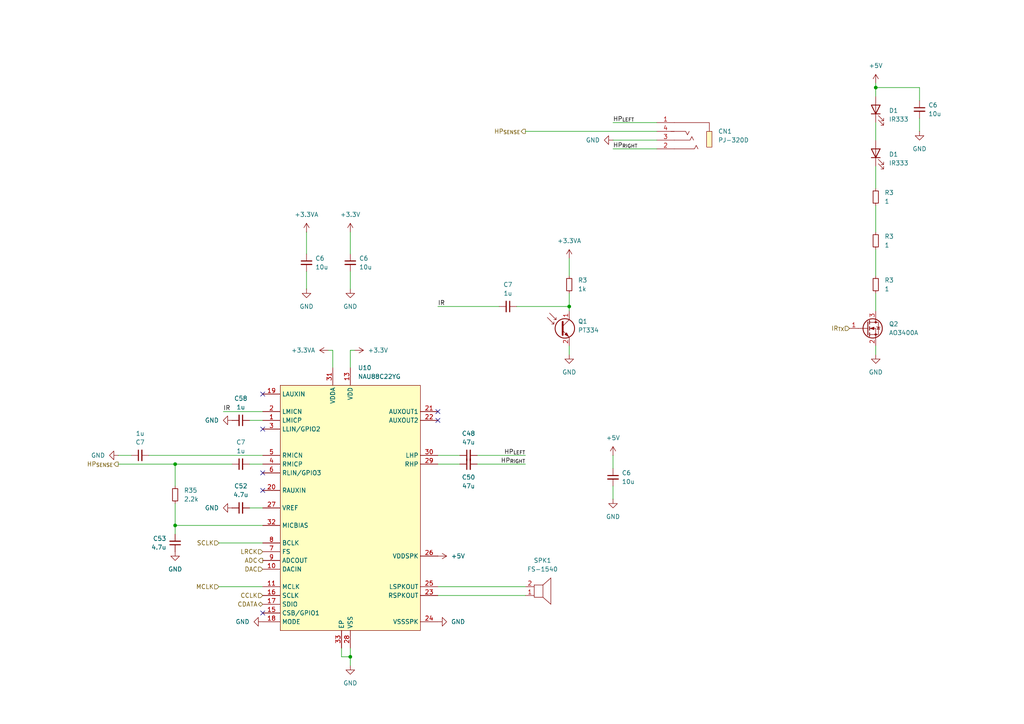
<source format=kicad_sch>
(kicad_sch (version 20250114) (generator "eeschema") (generator_version "9.0")
  (paper "A4")
  (title_block (title "Křeček") (date "2023-12-20") (rev "v0.9-wip") (company "DDM Spirála"))
  (lib_symbols
    (symbol "Device:C_Small" (pin_numbers (hide yes)) (pin_names (offset 0.254) (hide yes))
      (property "Reference" "C" (at 0.254 1.778 0))
      (property "Value" "C_Small" (at 0.254 -2.032 0))
      (symbol "C_Small_0_1"
        (polyline (pts (xy -1.524 0.508) (xy 1.524 0.508)) (stroke (width 0.3048)))
        (polyline (pts (xy -1.524 -0.508) (xy 1.524 -0.508)) (stroke (width 0.3302)))
      )
      (symbol "C_Small_1_1"
        (pin passive line (at 0 2.54 270) (length 2.032) (name "~") (number "1"))
        (pin passive line (at 0 -2.54 90) (length 2.032) (name "~") (number "2"))
      )
    )
    (symbol "Device:LED" (pin_numbers (hide yes)) (pin_names (offset 1.016) (hide yes))
      (property "Reference" "D" (at 0 2.54 0))
      (property "Value" "LED" (at 0 -2.54 0))
      (symbol "LED_0_1"
        (polyline (pts (xy -3.048 -0.762) (xy -4.572 -2.286) (xy -3.81 -2.286) (xy -4.572 -2.286) (xy -4.572 -1.524)))
        (polyline (pts (xy -1.778 -0.762) (xy -3.302 -2.286) (xy -2.54 -2.286) (xy -3.302 -2.286) (xy -3.302 -1.524)))
        (polyline (pts (xy -1.27 0) (xy 1.27 0)))
        (polyline (pts (xy -1.27 -1.27) (xy -1.27 1.27)) (stroke (width 0.254)))
        (polyline (pts (xy 1.27 -1.27) (xy 1.27 1.27) (xy -1.27 0) (xy 1.27 -1.27)) (stroke (width 0.254)))
      )
      (symbol "LED_1_1"
        (pin passive line (at -3.81 0 0) (length 2.54) (name "K") (number "1"))
        (pin passive line (at 3.81 0 180) (length 2.54) (name "A") (number "2"))
      )
    )
    (symbol "Device:Q_Photo_NPN" (pin_names (offset 0) (hide yes))
      (property "Reference" "Q" (at 5.08 1.27 0))
      (property "Value" "Q_Photo_NPN" (at 5.08 -1.27 0))
      (symbol "Q_Photo_NPN_0_1"
        (polyline (pts (xy -3.81 3.175) (xy -1.905 1.27) (xy -1.905 1.905)))
        (polyline (pts (xy -3.175 4.445) (xy -1.27 2.54) (xy -1.27 3.175)))
        (polyline (pts (xy -1.905 1.27) (xy -2.54 1.27)))
        (polyline (pts (xy -1.27 2.54) (xy -1.905 2.54)))
        (polyline (pts (xy 0.635 1.905) (xy 0.635 -1.905) (xy 0.635 -1.905)) (stroke (width 0.508)))
        (polyline (pts (xy 0.635 0.635) (xy 2.54 2.54)))
        (polyline (pts (xy 0.635 -0.635) (xy 2.54 -2.54) (xy 2.54 -2.54)))
        (circle (center 1.27 0) (radius 2.8194) (stroke (width 0.254)))
        (polyline (pts (xy 1.27 -1.778) (xy 1.778 -1.27) (xy 2.286 -2.286) (xy 1.27 -1.778) (xy 1.27 -1.778)) (fill (type outline)))
      )
      (symbol "Q_Photo_NPN_1_1"
        (pin passive line (at 2.54 5.08 270) (length 2.54) (name "C") (number "1"))
        (pin passive line (at 2.54 -5.08 90) (length 2.54) (name "E") (number "2"))
      )
    )
    (symbol "Device:R_Small" (pin_numbers (hide yes)) (pin_names (offset 0.254) (hide yes))
      (property "Reference" "R" (at 0.762 0.508 0))
      (property "Value" "R_Small" (at 0.762 -1.016 0))
      (symbol "R_Small_0_1"
        (rectangle (start -0.762 1.778) (end 0.762 -1.778) (stroke (width 0.2032)))
      )
      (symbol "R_Small_1_1"
        (pin passive line (at 0 2.54 270) (length 0.762) (name "~") (number "1"))
        (pin passive line (at 0 -2.54 90) (length 0.762) (name "~") (number "2"))
      )
    )
    (symbol "LCSC:FS-1540" (pin_names (hide yes))
      (property "Reference" "SPK" (at 0 6.35 0))
      (property "Value" "FS-1540" (at 0 -10.16 0))
      (symbol "FS-1540_0_1"
        (polyline (pts (xy -1.27 1.78) (xy -1.27 -1.78)))
        (polyline (pts (xy -1.27 1.78) (xy 1.27 1.78)))
        (polyline (pts (xy -1.27 -1.78) (xy 1.27 -1.78)))
        (polyline (pts (xy 1.27 1.78) (xy 1.27 -1.78)))
        (polyline (pts (xy 1.27 -1.78) (xy 3.56 -3.81)))
        (polyline (pts (xy 3.56 3.81) (xy 1.27 1.78)))
        (polyline (pts (xy 3.56 3.81) (xy 3.56 -3.81)))
      )
      (symbol "FS-1540_1_1"
        (pin passive line (at -3.81 1.27 0) (length 2.54) (name "+") (number "1"))
        (pin passive line (at -3.81 -1.27 0) (length 2.54) (name "2") (number "2"))
        (pin no_connect line (at 0 -5.08 90) (length 3.302) (hide yes) (name "4") (number "4"))
        (pin no_connect line (at 2.54 -5.08 90) (length 3.302) (hide yes) (name "3") (number "3"))
      )
    )
    (symbol "LCSC:NAU88C22YG_C914209"
      (property "Reference" "U" (at 5.08 29.21 0))
      (property "Value" "NAU88C22YG_C914209" (at 5.08 -48.26 0))
      (symbol "NAU88C22YG_C914209_1_1"
        (rectangle (start -20.32 25.4) (end 20.32 -45.72) (fill (type background)))
        (pin input line (at -25.4 22.86 0) (length 5.08) (name "LAUXIN") (number "19"))
        (pin input line (at -25.4 17.78 0) (length 5.08) (name "LMICN") (number "2"))
        (pin input line (at -25.4 15.24 0) (length 5.08) (name "LMICP") (number "1"))
        (pin tri_state line (at -25.4 12.7 0) (length 5.08) (name "LLIN/GPIO2") (number "3"))
        (pin input line (at -25.4 5.08 0) (length 5.08) (name "RMICN") (number "5"))
        (pin input line (at -25.4 2.54 0) (length 5.08) (name "RMICP") (number "4"))
        (pin tri_state line (at -25.4 0 0) (length 5.08) (name "RLIN/GPIO3") (number "6"))
        (pin input line (at -25.4 -5.08 0) (length 5.08) (name "RAUXIN") (number "20"))
        (pin passive line (at -25.4 -10.16 0) (length 5.08) (name "VREF") (number "27"))
        (pin output line (at -25.4 -15.24 0) (length 5.08) (name "MICBIAS") (number "32"))
        (pin input line (at -25.4 -20.32 0) (length 5.08) (name "BCLK") (number "8"))
        (pin input line (at -25.4 -22.86 0) (length 5.08) (name "FS") (number "7"))
        (pin output line (at -25.4 -25.4 0) (length 5.08) (name "ADCOUT") (number "9"))
        (pin input line (at -25.4 -27.94 0) (length 5.08) (name "DACIN") (number "10"))
        (pin input line (at -25.4 -33.02 0) (length 5.08) (name "MCLK") (number "11"))
        (pin input line (at -25.4 -35.56 0) (length 5.08) (name "SCLK") (number "16"))
        (pin tri_state line (at -25.4 -38.1 0) (length 5.08) (name "SDIO") (number "17"))
        (pin tri_state line (at -25.4 -40.64 0) (length 5.08) (name "CSB/GPIO1") (number "15"))
        (pin input line (at -25.4 -43.18 0) (length 5.08) (name "MODE") (number "18"))
        (pin passive line (at -5.08 30.48 270) (length 5.08) (name "VDDA") (number "31"))
        (pin passive line (at -2.54 -50.8 90) (length 5.08) (name "EP") (number "33"))
        (pin power_out line (at 0 30.48 270) (length 5.08) (name "VDD") (number "13"))
        (pin passive line (at 0 30.48 270) (length 5.08) (hide yes) (name "VDD") (number "14"))
        (pin passive line (at 0 -50.8 90) (length 5.08) (hide yes) (name "VSS") (number "12"))
        (pin power_in line (at 0 -50.8 90) (length 5.08) (name "VSS") (number "28"))
        (pin output line (at 25.4 17.78 180) (length 5.08) (name "AUXOUT1") (number "21"))
        (pin output line (at 25.4 15.24 180) (length 5.08) (name "AUXOUT2") (number "22"))
        (pin output line (at 25.4 5.08 180) (length 5.08) (name "LHP") (number "30"))
        (pin output line (at 25.4 2.54 180) (length 5.08) (name "RHP") (number "29"))
        (pin power_in line (at 25.4 -24.13 180) (length 5.08) (name "VDDSPK") (number "26"))
        (pin output line (at 25.4 -33.02 180) (length 5.08) (name "LSPKOUT") (number "25"))
        (pin output line (at 25.4 -35.56 180) (length 5.08) (name "RSPKOUT") (number "23"))
        (pin power_in line (at 25.4 -43.18 180) (length 5.08) (name "VSSSPK") (number "24"))
      )
    )
    (symbol "LCSC:PJ-320D" (pin_names (hide yes))
      (property "Reference" "CN" (at 0 7.62 0))
      (property "Value" "PJ-320D" (at 0 -10.16 0))
      (symbol "PJ-320D_0_1"
        (rectangle (start -10.92 0) (end -9.4 -4.57) (fill (type background)))
        (polyline (pts (xy 0 2.54) (xy -10.16 2.54) (xy -10.16 0)))
        (polyline (pts (xy 0 -2.54) (xy -4.57 -2.54) (xy -5.08 -1.52) (xy -5.59 -2.54)))
        (polyline (pts (xy 0 -5.08) (xy -5.84 -5.08) (xy -6.35 -4.06) (xy -6.86 -5.08)))
        (polyline (pts (xy 1.02 0) (xy -3.3 0) (xy -3.81 -1.02) (xy -4.32 0)))
      )
      (symbol "PJ-320D_1_1"
        (pin passive line (at 5.08 2.54 180) (length 5.08) (name "1") (number "1"))
        (pin passive line (at 5.08 0 180) (length 5.08) (name "4") (number "4"))
        (pin passive line (at 5.08 -2.54 180) (length 5.08) (name "3") (number "3"))
        (pin passive line (at 5.08 -5.08 180) (length 5.08) (name "2") (number "2"))
      )
    )
    (symbol "Transistor_FET:AO3400A" (pin_names (hide yes))
      (property "Reference" "Q" (at 5.08 1.905 0))
      (property "Value" "AO3400A" (at 5.08 0 0))
      (symbol "AO3400A_0_1"
        (polyline (pts (xy 0.254 1.905) (xy 0.254 -1.905)) (stroke (width 0.254)))
        (polyline (pts (xy 0.254 0) (xy -2.54 0)))
        (polyline (pts (xy 0.762 2.286) (xy 0.762 1.27)) (stroke (width 0.254)))
        (polyline (pts (xy 0.762 0.508) (xy 0.762 -0.508)) (stroke (width 0.254)))
        (polyline (pts (xy 0.762 -1.27) (xy 0.762 -2.286)) (stroke (width 0.254)))
        (polyline (pts (xy 0.762 -1.778) (xy 3.302 -1.778) (xy 3.302 1.778) (xy 0.762 1.778)))
        (polyline (pts (xy 1.016 0) (xy 2.032 0.381) (xy 2.032 -0.381) (xy 1.016 0)) (fill (type outline)))
        (circle (center 1.651 0) (radius 2.794) (stroke (width 0.254)))
        (polyline (pts (xy 2.54 2.54) (xy 2.54 1.778)))
        (circle (center 2.54 1.778) (radius 0.254) (fill (type outline)))
        (circle (center 2.54 -1.778) (radius 0.254) (fill (type outline)))
        (polyline (pts (xy 2.54 -2.54) (xy 2.54 0) (xy 0.762 0)))
        (polyline (pts (xy 2.794 0.508) (xy 2.921 0.381) (xy 3.683 0.381) (xy 3.81 0.254)))
        (polyline (pts (xy 3.302 0.381) (xy 2.921 -0.254) (xy 3.683 -0.254) (xy 3.302 0.381)))
      )
      (symbol "AO3400A_1_1"
        (pin input line (at -5.08 0 0) (length 2.54) (name "G") (number "1"))
        (pin passive line (at 2.54 5.08 270) (length 2.54) (name "D") (number "3"))
        (pin passive line (at 2.54 -5.08 90) (length 2.54) (name "S") (number "2"))
      )
    )
    (symbol "power:+3.3V" (power) (pin_numbers (hide yes)) (pin_names (offset 0) (hide yes))
      (property "Value" "+3.3V" (at 0 3.556 0))
      (symbol "+3.3V_0_1"
        (polyline (pts (xy -0.762 1.27) (xy 0 2.54)))
        (polyline (pts (xy 0 2.54) (xy 0.762 1.27)))
        (polyline (pts (xy 0 0) (xy 0 2.54)))
      )
      (symbol "+3.3V_1_1"
        (pin power_in line (at 0 0 90) (length 0) (name "~") (number "1"))
      )
    )
    (symbol "power:+3.3VA" (power) (pin_numbers (hide yes)) (pin_names (offset 0) (hide yes))
      (property "Value" "+3.3VA" (at 0 3.556 0))
      (symbol "+3.3VA_0_1"
        (polyline (pts (xy -0.762 1.27) (xy 0 2.54)))
        (polyline (pts (xy 0 2.54) (xy 0.762 1.27)))
        (polyline (pts (xy 0 0) (xy 0 2.54)))
      )
      (symbol "+3.3VA_1_1"
        (pin power_in line (at 0 0 90) (length 0) (name "~") (number "1"))
      )
    )
    (symbol "power:+5V" (power) (pin_numbers (hide yes)) (pin_names (offset 0) (hide yes))
      (property "Value" "+5V" (at 0 3.556 0))
      (symbol "+5V_0_1"
        (polyline (pts (xy -0.762 1.27) (xy 0 2.54)))
        (polyline (pts (xy 0 2.54) (xy 0.762 1.27)))
        (polyline (pts (xy 0 0) (xy 0 2.54)))
      )
      (symbol "+5V_1_1"
        (pin power_in line (at 0 0 90) (length 0) (name "~") (number "1"))
      )
    )
    (symbol "power:GND" (power) (pin_numbers (hide yes)) (pin_names (offset 0) (hide yes))
      (property "Value" "GND" (at 0 -3.81 0))
      (symbol "GND_0_1"
        (polyline (pts (xy 0 0) (xy 0 -1.27) (xy 1.27 -1.27) (xy 0 -2.54) (xy -1.27 -1.27) (xy 0 -1.27)))
      )
      (symbol "GND_1_1"
        (pin power_in line (at 0 0 270) (length 0) (name "~") (number "1"))
      )
    )
  )
  (junction (at 50.8 134.62))
  (junction (at 50.8 152.4))
  (junction (at 254 25.4))
  (junction (at 101.6 190.5))
  (junction (at 165.1 88.9))
  (no_connect (at 76.2 137.16))
  (no_connect (at 127 121.92))
  (no_connect (at 76.2 142.24))
  (no_connect (at 76.2 114.3))
  (no_connect (at 76.2 124.46))
  (no_connect (at 127 119.38))
  (no_connect (at 76.2 177.8))
  (wire (pts (xy 88.9 78.74) (xy 88.9 83.82)))
  (wire (pts (xy 266.7 25.4) (xy 266.7 29.21)))
  (wire (pts (xy 254 72.39) (xy 254 80.01)))
  (wire (pts (xy 177.8 140.97) (xy 177.8 144.78)))
  (wire (pts (xy 34.29 134.62) (xy 50.8 134.62)))
  (wire (pts (xy 101.6 187.96) (xy 101.6 190.5)))
  (wire (pts (xy 50.8 152.4) (xy 76.2 152.4)))
  (wire (pts (xy 254 59.69) (xy 254 67.31)))
  (wire (pts (xy 254 25.4) (xy 266.7 25.4)))
  (wire (pts (xy 95.25 101.6) (xy 96.52 101.6)))
  (wire (pts (xy 165.1 100.33) (xy 165.1 102.87)))
  (wire (pts (xy 34.29 132.08) (xy 38.1 132.08)))
  (wire (pts (xy 127 132.08) (xy 133.35 132.08)))
  (wire (pts (xy 88.9 67.31) (xy 88.9 73.66)))
  (wire (pts (xy 165.1 88.9) (xy 149.86 88.9)))
  (wire (pts (xy 102.87 101.6) (xy 101.6 101.6)))
  (wire (pts (xy 50.8 146.05) (xy 50.8 152.4)))
  (wire (pts (xy 101.6 78.74) (xy 101.6 83.82)))
  (wire (pts (xy 101.6 67.31) (xy 101.6 73.66)))
  (wire (pts (xy 177.8 43.18) (xy 190.5 43.18)))
  (wire (pts (xy 254 100.33) (xy 254 102.87)))
  (wire (pts (xy 138.43 132.08) (xy 152.4 132.08)))
  (wire (pts (xy 127 134.62) (xy 133.35 134.62)))
  (wire (pts (xy 101.6 101.6) (xy 101.6 106.68)))
  (wire (pts (xy 76.2 170.18) (xy 63.5 170.18)))
  (wire (pts (xy 72.39 134.62) (xy 76.2 134.62)))
  (wire (pts (xy 177.8 35.56) (xy 190.5 35.56)))
  (wire (pts (xy 50.8 134.62) (xy 67.31 134.62)))
  (wire (pts (xy 99.06 187.96) (xy 99.06 190.5)))
  (wire (pts (xy 101.6 190.5) (xy 101.6 193.04)))
  (wire (pts (xy 63.5 157.48) (xy 76.2 157.48)))
  (wire (pts (xy 165.1 74.93) (xy 165.1 80.01)))
  (wire (pts (xy 254 24.13) (xy 254 25.4)))
  (wire (pts (xy 165.1 88.9) (xy 165.1 90.17)))
  (wire (pts (xy 254 35.56) (xy 254 40.64)))
  (wire (pts (xy 127 172.72) (xy 152.4 172.72)))
  (wire (pts (xy 64.77 119.38) (xy 76.2 119.38)))
  (wire (pts (xy 165.1 85.09) (xy 165.1 88.9)))
  (wire (pts (xy 96.52 101.6) (xy 96.52 106.68)))
  (wire (pts (xy 254 25.4) (xy 254 27.94)))
  (wire (pts (xy 72.39 121.92) (xy 76.2 121.92)))
  (wire (pts (xy 152.4 38.1) (xy 190.5 38.1)))
  (wire (pts (xy 177.8 40.64) (xy 190.5 40.64)))
  (wire (pts (xy 254 48.26) (xy 254 54.61)))
  (wire (pts (xy 127 170.18) (xy 152.4 170.18)))
  (wire (pts (xy 127 88.9) (xy 144.78 88.9)))
  (wire (pts (xy 72.39 147.32) (xy 76.2 147.32)))
  (wire (pts (xy 50.8 134.62) (xy 50.8 140.97)))
  (wire (pts (xy 43.18 132.08) (xy 76.2 132.08)))
  (wire (pts (xy 266.7 34.29) (xy 266.7 38.1)))
  (wire (pts (xy 254 85.09) (xy 254 90.17)))
  (wire (pts (xy 138.43 134.62) (xy 152.4 134.62)))
  (wire (pts (xy 50.8 152.4) (xy 50.8 154.94)))
  (wire (pts (xy 99.06 190.5) (xy 101.6 190.5)))
  (wire (pts (xy 177.8 132.08) (xy 177.8 135.89)))
  (label "HP_{LEFT}" (at 152.4 132.08 180))
  (label "HP_{LEFT}" (at 177.8 35.56 0))
  (label "IR" (at 64.77 119.38 0))
  (label "HP_{RIGHT}" (at 177.8 43.18 0))
  (label "IR" (at 127 88.9 0))
  (label "HP_{RIGHT}" (at 152.4 134.62 180))
  (hierarchical_label "SCLK" (shape input) (at 63.5 157.48 180))
  (hierarchical_label "ADC" (shape output) (at 76.2 162.56 180))
  (hierarchical_label "MCLK" (shape input) (at 63.5 170.18 180))
  (hierarchical_label "LRCK" (shape input) (at 76.2 160.02 180))
  (hierarchical_label "CCLK" (shape input) (at 76.2 172.72 180))
  (hierarchical_label "CDATA" (shape bidirectional) (at 76.2 175.26 180))
  (hierarchical_label "DAC" (shape input) (at 76.2 165.1 180))
  (hierarchical_label "HP_{SENSE}" (shape output) (at 152.4 38.1 180))
  (hierarchical_label "HP_{SENSE}" (shape output) (at 34.29 134.62 180))
  (hierarchical_label "IR_{TX}" (shape input) (at 246.38 95.25 180))
  (symbol (lib_id "Device:C_Small") (at 40.64 132.08 90) (mirror x) (unit 1)
    (property "Reference" "C47" (at 40.6463 128.27 90))
    (property "Value" "1u" (at 40.6463 125.73 90))
    (property "Footprint" "Capacitor_SMD:C_0402_1005Metric" (effects (hide yes)))
    (property "Description" "Unpolarized capacitor, small symbol" (effects (hide yes)))
    (property "LCSC Part" "C52923" (effects (hide yes)))
    (instances (project "barbecue" (path "" (reference "C7") (unit 1))) (project "bento-vna" (path "" (reference "C3") (unit 1))) (project "pipi" (path "" (reference "C3") (unit 1)) (path "" (reference "C3") (unit 1)) (path "" (reference "C3") (unit 1))) (project "pipi" (path "" (reference "C3") (unit 1)) (path "" (reference "C38") (unit 1))) (project "krecek" (path "" (reference "C47") (unit 1))))
  )
  (symbol (lib_id "Device:C_Small") (at 266.7 31.75 0) (mirror y) (unit 1)
    (property "Reference" "C41" (at 269.24 30.4863 0) (effects (justify right)))
    (property "Value" "10u" (at 269.24 33.0263 0) (effects (justify right)))
    (property "Footprint" "Capacitor_SMD:C_0402_1005Metric" (effects (hide yes)))
    (property "Description" "Unpolarized capacitor, small symbol" (effects (hide yes)))
    (property "LCSC Part" "C15525" (effects (hide yes)))
    (instances (project "barbecue" (path "" (reference "C6") (unit 1))) (project "bento-vna" (path "" (reference "C2") (unit 1))) (project "pipi" (path "" (reference "C2") (unit 1)) (path "" (reference "C2") (unit 1)) (path "" (reference "C2") (unit 1))) (project "pipi" (path "" (reference "C2") (unit 1))) (project "krecek" (path "" (reference "C41") (unit 1))))
  )
  (symbol (lib_id "power:+3.3VA") (at 88.9 67.31 0) (unit 1)
    (property "Reference" "#PWR063" (effects (hide yes)))
    (property "Value" "+3.3VA" (at 88.9 62.23 0))
    (property "Description" "Power symbol creates a global label with name \"+3.3VA\"" (effects (hide yes)))
  )
  (symbol (lib_id "power:+3.3VA") (at 165.1 74.93 0) (unit 1)
    (property "Reference" "#PWR065" (effects (hide yes)))
    (property "Value" "+3.3VA" (at 165.1 69.85 0))
    (property "Description" "Power symbol creates a global label with name \"+3.3VA\"" (effects (hide yes)))
  )
  (symbol (lib_id "LCSC:PJ-320D") (at 195.58 38.1 0) (mirror y) (unit 1)
    (property "Reference" "CN1" (at 208.28 38.0999 0) (effects (justify right)))
    (property "Value" "PJ-320D" (at 208.28 40.6399 0) (effects (justify right)))
    (property "Footprint" "LCSC:AUDIO-SMD_PJ-320D" (effects (hide yes)))
    (property "Datasheet" "https://lcsc.com/product-detail/Audio-Video-Connectors_SHOU-HAN-PJ-320D_C431535.html" (effects (hide yes)))
    (property "LCSC Part" "C431535" (effects (hide yes)))
  )
  (symbol (lib_id "power:+3.3VA") (at 95.25 101.6 90) (unit 1)
    (property "Reference" "#PWR068" (effects (hide yes)))
    (property "Value" "+3.3VA" (at 91.44 101.5999 90) (effects (justify left)))
    (property "Description" "Power symbol creates a global label with name \"+3.3VA\"" (effects (hide yes)))
  )
  (symbol (lib_id "Transistor_FET:AO3400A") (at 251.46 95.25 0) (unit 1)
    (property "Reference" "Q5" (at 257.81 93.98 0) (effects (justify left)))
    (property "Value" "AO3400A" (at 257.81 96.52 0) (effects (justify left)))
    (property "Footprint" "Package_TO_SOT_SMD:SOT-23" (effects (hide yes)))
    (property "Datasheet" "http://www.aosmd.com/pdfs/datasheet/AO3400A.pdf" (effects (hide yes)))
    (property "Description" "30V Vds, 5.7A Id, N-Channel MOSFET, SOT-23" (effects (hide yes)))
    (property "LCSC Part" "C20917" (effects (hide yes)))
    (instances (project "pipi" (path "" (reference "Q2") (unit 1)) (path "" (reference "Q2") (unit 1))) (project "krecek" (path "" (reference "Q5") (unit 1))))
  )
  (symbol (lib_id "power:GND") (at 76.2 180.34 270) (unit 1)
    (property "Reference" "#PWR078" (effects (hide yes)))
    (property "Value" "GND" (at 72.39 180.3399 90) (effects (justify right)))
    (property "Description" "Power symbol creates a global label with name \"GND\" , ground" (effects (hide yes)))
  )
  (symbol (lib_id "Device:C_Small") (at 50.8 157.48 0) (mirror x) (unit 1)
    (property "Reference" "C53" (at 48.26 156.2035 0) (effects (justify right)))
    (property "Value" "4.7u" (at 48.26 158.7435 0) (effects (justify right)))
    (property "Footprint" "Capacitor_SMD:C_0402_1005Metric" (effects (hide yes)))
    (property "Description" "Unpolarized capacitor, small symbol" (effects (hide yes)))
    (property "LCSC Part" "C23733" (effects (hide yes)))
  )
  (symbol (lib_id "power:GND") (at 88.9 83.82 0) (mirror y) (unit 1)
    (property "Reference" "#PWR066" (effects (hide yes)))
    (property "Value" "GND" (at 88.9 88.9 0))
    (property "Description" "Power symbol creates a global label with name \"GND\" , ground" (effects (hide yes)))
    (instances (project "pipi" (path "" (reference "#PWR056") (unit 1))) (project "krecek" (path "" (reference "#PWR066") (unit 1))))
  )
  (symbol (lib_id "power:+5V") (at 254 24.13 0) (unit 1)
    (property "Reference" "#PWR060" (effects (hide yes)))
    (property "Value" "+5V" (at 254 19.05 0))
    (property "Description" "Power symbol creates a global label with name \"+5V\"" (effects (hide yes)))
  )
  (symbol (lib_id "power:GND") (at 67.31 147.32 270) (unit 1)
    (property "Reference" "#PWR075" (effects (hide yes)))
    (property "Value" "GND" (at 63.5 147.3199 90) (effects (justify right)))
    (property "Description" "Power symbol creates a global label with name \"GND\" , ground" (effects (hide yes)))
  )
  (symbol (lib_id "Device:C_Small") (at 147.32 88.9 270) (unit 1)
    (property "Reference" "C44" (at 147.3136 82.55 90))
    (property "Value" "1u" (at 147.3136 85.09 90))
    (property "Footprint" "Capacitor_SMD:C_0402_1005Metric" (effects (hide yes)))
    (property "Description" "Unpolarized capacitor, small symbol" (effects (hide yes)))
    (property "LCSC Part" "C52923" (effects (hide yes)))
    (instances (project "barbecue" (path "" (reference "C7") (unit 1))) (project "bento-vna" (path "" (reference "C3") (unit 1))) (project "pipi" (path "" (reference "C3") (unit 1)) (path "" (reference "C3") (unit 1)) (path "" (reference "C3") (unit 1))) (project "pipi" (path "" (reference "C3") (unit 1)) (path "" (reference "C38") (unit 1))) (project "krecek" (path "" (reference "C44") (unit 1))))
  )
  (symbol (lib_id "power:GND") (at 254 102.87 0) (unit 1)
    (property "Reference" "#PWR071" (effects (hide yes)))
    (property "Value" "GND" (at 254 107.95 0))
    (property "Description" "Power symbol creates a global label with name \"GND\" , ground" (effects (hide yes)))
    (instances (project "pipi" (path "" (reference "#PWR036") (unit 1)) (path "" (reference "#PWR042") (unit 1))) (project "krecek" (path "" (reference "#PWR071") (unit 1))))
  )
  (symbol (lib_id "Device:Q_Photo_NPN") (at 162.56 95.25 0) (unit 1)
    (property "Reference" "Q4" (at 167.64 93.2307 0) (effects (justify left)))
    (property "Value" "PT334" (at 167.64 95.7707 0) (effects (justify left)))
    (property "Footprint" "LED_THT:LED_D5.0mm_Horizontal_O1.27mm_Z3.0mm_IRBlack" (effects (hide yes)))
    (property "Description" "NPN phototransistor, collector/emitter" (effects (hide yes)))
    (property "LCSC Part" "C390047" (effects (hide yes)))
    (instances (project "pipi" (path "" (reference "Q1") (unit 1)) (path "" (reference "Q1") (unit 1))) (project "krecek" (path "" (reference "Q4") (unit 1))))
  )
  (symbol (lib_id "Device:C_Small") (at 135.89 134.62 90) (mirror x) (unit 1)
    (property "Reference" "C50" (at 135.8963 138.43 90))
    (property "Value" "47u" (at 135.8963 140.97 90))
    (property "Footprint" "Capacitor_SMD:C_0805_2012Metric" (effects (hide yes)))
    (property "Description" "Unpolarized capacitor, small symbol" (effects (hide yes)))
    (property "LCSC Part" "C16780" (effects (hide yes)))
  )
  (symbol (lib_id "LCSC:FS-1540") (at 156.21 171.45 0) (mirror x) (unit 1)
    (property "Reference" "SPK1" (at 157.355 162.56 0))
    (property "Value" "FS-1540" (at 157.355 165.1 0))
    (property "Footprint" "LCSC:BUZ-SMD_5P-L15.0-W15.0-P13.7-BL" (effects (hide yes)))
    (property "LCSC Part" "C482341" (effects (hide yes)))
  )
  (symbol (lib_id "Device:R_Small") (at 254 82.55 0) (mirror y) (unit 1)
    (property "Reference" "R34" (at 256.54 81.28 0) (effects (justify right)))
    (property "Value" "1" (at 256.54 83.82 0) (effects (justify right)))
    (property "Footprint" "Resistor_SMD:R_1206_3216Metric" (effects (hide yes)))
    (property "Description" "Resistor, small symbol" (effects (hide yes)))
    (property "LCSC Part" "C17928" (effects (hide yes)))
    (instances (project "barbecue" (path "" (reference "R3") (unit 1))) (project "bento-vna" (path "" (reference "R6") (unit 1))) (project "pipi" (path "" (reference "R7") (unit 1)) (path "" (reference "R7") (unit 1)) (path "" (reference "R8") (unit 1))) (project "pipi" (path "" (reference "R40") (unit 1)) (path "" (reference "R21") (unit 1))) (project "krecek" (path "" (reference "R34") (unit 1))))
  )
  (symbol (lib_id "power:GND") (at 127 180.34 90) (unit 1)
    (property "Reference" "#PWR079" (effects (hide yes)))
    (property "Value" "GND" (at 130.81 180.3399 90) (effects (justify right)))
    (property "Description" "Power symbol creates a global label with name \"GND\" , ground" (effects (hide yes)))
  )
  (symbol (lib_id "power:GND") (at 101.6 193.04 0) (unit 1)
    (property "Reference" "#PWR080" (effects (hide yes)))
    (property "Value" "GND" (at 101.6 198.12 0))
    (property "Description" "Power symbol creates a global label with name \"GND\" , ground" (effects (hide yes)))
  )
  (symbol (lib_id "Device:R_Small") (at 254 69.85 0) (mirror y) (unit 1)
    (property "Reference" "R32" (at 256.54 68.58 0) (effects (justify right)))
    (property "Value" "1" (at 256.54 71.12 0) (effects (justify right)))
    (property "Footprint" "Resistor_SMD:R_1206_3216Metric" (effects (hide yes)))
    (property "Description" "Resistor, small symbol" (effects (hide yes)))
    (property "LCSC Part" "C17928" (effects (hide yes)))
    (instances (project "barbecue" (path "" (reference "R3") (unit 1))) (project "bento-vna" (path "" (reference "R6") (unit 1))) (project "pipi" (path "" (reference "R7") (unit 1)) (path "" (reference "R7") (unit 1)) (path "" (reference "R8") (unit 1))) (project "pipi" (path "" (reference "R40") (unit 1)) (path "" (reference "R21") (unit 1))) (project "krecek" (path "" (reference "R32") (unit 1))))
  )
  (symbol (lib_id "power:GND") (at 266.7 38.1 0) (unit 1)
    (property "Reference" "#PWR062" (effects (hide yes)))
    (property "Value" "GND" (at 266.7 43.18 0))
    (property "Description" "Power symbol creates a global label with name \"GND\" , ground" (effects (hide yes)))
    (instances (project "pipi" (path "" (reference "#PWR036") (unit 1)) (path "" (reference "#PWR042") (unit 1))) (project "krecek" (path "" (reference "#PWR062") (unit 1))))
  )
  (symbol (lib_id "Device:C_Small") (at 69.85 147.32 90) (mirror x) (unit 1)
    (property "Reference" "C52" (at 69.8563 140.97 90))
    (property "Value" "4.7u" (at 69.8563 143.51 90))
    (property "Footprint" "Capacitor_SMD:C_0402_1005Metric" (effects (hide yes)))
    (property "Description" "Unpolarized capacitor, small symbol" (effects (hide yes)))
    (property "LCSC Part" "C23733" (effects (hide yes)))
  )
  (symbol (lib_id "Device:R_Small") (at 254 57.15 0) (mirror y) (unit 1)
    (property "Reference" "R31" (at 256.54 55.88 0) (effects (justify right)))
    (property "Value" "1" (at 256.54 58.42 0) (effects (justify right)))
    (property "Footprint" "Resistor_SMD:R_1206_3216Metric" (effects (hide yes)))
    (property "Description" "Resistor, small symbol" (effects (hide yes)))
    (property "LCSC Part" "C17928" (effects (hide yes)))
    (instances (project "barbecue" (path "" (reference "R3") (unit 1))) (project "bento-vna" (path "" (reference "R6") (unit 1))) (project "pipi" (path "" (reference "R7") (unit 1)) (path "" (reference "R7") (unit 1)) (path "" (reference "R8") (unit 1))) (project "pipi" (path "" (reference "R40") (unit 1)) (path "" (reference "R21") (unit 1))) (project "krecek" (path "" (reference "R31") (unit 1))))
  )
  (symbol (lib_id "power:GND") (at 165.1 102.87 0) (mirror y) (unit 1)
    (property "Reference" "#PWR070" (effects (hide yes)))
    (property "Value" "GND" (at 165.1 107.95 0))
    (property "Description" "Power symbol creates a global label with name \"GND\" , ground" (effects (hide yes)))
    (instances (project "pipi" (path "" (reference "#PWR068") (unit 1))) (project "krecek" (path "" (reference "#PWR070") (unit 1))))
  )
  (symbol (lib_id "Device:C_Small") (at 135.89 132.08 90) (mirror x) (unit 1)
    (property "Reference" "C48" (at 135.8963 125.73 90))
    (property "Value" "47u" (at 135.8963 128.27 90))
    (property "Footprint" "Capacitor_SMD:C_0805_2012Metric" (effects (hide yes)))
    (property "Description" "Unpolarized capacitor, small symbol" (effects (hide yes)))
    (property "LCSC Part" "C16780" (effects (hide yes)))
  )
  (symbol (lib_id "Device:R_Small") (at 165.1 82.55 0) (mirror y) (unit 1)
    (property "Reference" "R33" (at 167.64 81.28 0) (effects (justify right)))
    (property "Value" "1k" (at 167.64 83.82 0) (effects (justify right)))
    (property "Footprint" "Resistor_SMD:R_0402_1005Metric" (effects (hide yes)))
    (property "Description" "Resistor, small symbol" (effects (hide yes)))
    (property "LCSC Part" "C11702" (effects (hide yes)))
    (instances (project "barbecue" (path "" (reference "R3") (unit 1))) (project "bento-vna" (path "" (reference "R8") (unit 1))) (project "pipi" (path "" (reference "R9") (unit 1)) (path "" (reference "R9") (unit 1)) (path "" (reference "R9") (unit 1))) (project "pipi" (path "" (reference "R2") (unit 1)) (path "" (reference "R35") (unit 1))) (project "krecek" (path "" (reference "R33") (unit 1))))
  )
  (symbol (lib_id "Device:LED") (at 254 44.45 90) (unit 1)
    (property "Reference" "D7" (at 257.81 44.7675 90) (effects (justify right)))
    (property "Value" "IR333" (at 257.81 47.3075 90) (effects (justify right)))
    (property "Footprint" "LED_THT:LED_D5.0mm_Horizontal_O1.27mm_Z3.0mm_Clear" (effects (hide yes)))
    (property "Description" "Light emitting diode" (effects (hide yes)))
    (property "LCSC Part" "C841525" (effects (hide yes)))
    (instances (project "pipi" (path "" (reference "D1") (unit 1)) (path "" (reference "D14") (unit 1)) (path "" (reference "D1") (unit 1))) (project "krecek" (path "" (reference "D7") (unit 1))))
  )
  (symbol (lib_id "power:GND") (at 101.6 83.82 0) (unit 1)
    (property "Reference" "#PWR067" (effects (hide yes)))
    (property "Value" "GND" (at 101.6 88.9 0))
    (property "Description" "Power symbol creates a global label with name \"GND\" , ground" (effects (hide yes)))
    (instances (project "pipi" (path "" (reference "#PWR056") (unit 1))) (project "krecek" (path "" (reference "#PWR067") (unit 1))))
  )
  (symbol (lib_id "power:GND") (at 177.8 40.64 270) (unit 1)
    (property "Reference" "#PWR061" (effects (hide yes)))
    (property "Value" "GND" (at 173.99 40.64 90) (effects (justify right)))
    (property "Description" "Power symbol creates a global label with name \"GND\" , ground" (effects (hide yes)))
  )
  (symbol (lib_id "Device:C_Small") (at 88.9 76.2 0) (mirror y) (unit 1)
    (property "Reference" "C42" (at 91.44 74.9363 0) (effects (justify right)))
    (property "Value" "10u" (at 91.44 77.4763 0) (effects (justify right)))
    (property "Footprint" "Capacitor_SMD:C_0402_1005Metric" (effects (hide yes)))
    (property "Description" "Unpolarized capacitor, small symbol" (effects (hide yes)))
    (property "LCSC Part" "C15525" (effects (hide yes)))
    (instances (project "barbecue" (path "" (reference "C6") (unit 1))) (project "bento-vna" (path "" (reference "C2") (unit 1))) (project "pipi" (path "" (reference "C2") (unit 1)) (path "" (reference "C2") (unit 1)) (path "" (reference "C2") (unit 1))) (project "pipi" (path "" (reference "C2") (unit 1))) (project "krecek" (path "" (reference "C42") (unit 1))))
  )
  (symbol (lib_id "power:GND") (at 50.8 160.02 0) (unit 1)
    (property "Reference" "#PWR076" (effects (hide yes)))
    (property "Value" "GND" (at 50.8 165.1 0))
    (property "Description" "Power symbol creates a global label with name \"GND\" , ground" (effects (hide yes)))
  )
  (symbol (lib_id "power:+3.3V") (at 101.6 67.31 0) (unit 1)
    (property "Reference" "#PWR064" (effects (hide yes)))
    (property "Value" "+3.3V" (at 101.6 62.23 0))
    (property "Description" "Power symbol creates a global label with name \"+3.3V\"" (effects (hide yes)))
  )
  (symbol (lib_id "Device:C_Small") (at 69.85 134.62 90) (unit 1)
    (property "Reference" "C49" (at 69.8563 128.27 90))
    (property "Value" "1u" (at 69.8563 130.81 90))
    (property "Footprint" "Capacitor_SMD:C_0402_1005Metric" (effects (hide yes)))
    (property "Description" "Unpolarized capacitor, small symbol" (effects (hide yes)))
    (property "LCSC Part" "C52923" (effects (hide yes)))
    (instances (project "barbecue" (path "" (reference "C7") (unit 1))) (project "bento-vna" (path "" (reference "C3") (unit 1))) (project "pipi" (path "" (reference "C3") (unit 1)) (path "" (reference "C3") (unit 1)) (path "" (reference "C3") (unit 1))) (project "pipi" (path "" (reference "C3") (unit 1)) (path "" (reference "C38") (unit 1))) (project "krecek" (path "" (reference "C49") (unit 1))))
  )
  (symbol (lib_id "power:GND") (at 67.31 121.92 270) (unit 1)
    (property "Reference" "#PWR0129" (effects (hide yes)))
    (property "Value" "GND" (at 63.5 121.9199 90) (effects (justify right)))
    (property "Description" "Power symbol creates a global label with name \"GND\" , ground" (effects (hide yes)))
  )
  (symbol (lib_id "Device:C_Small") (at 101.6 76.2 0) (mirror y) (unit 1)
    (property "Reference" "C43" (at 104.14 74.9363 0) (effects (justify right)))
    (property "Value" "10u" (at 104.14 77.4763 0) (effects (justify right)))
    (property "Footprint" "Capacitor_SMD:C_0402_1005Metric" (effects (hide yes)))
    (property "Description" "Unpolarized capacitor, small symbol" (effects (hide yes)))
    (property "LCSC Part" "C15525" (effects (hide yes)))
    (instances (project "barbecue" (path "" (reference "C6") (unit 1))) (project "bento-vna" (path "" (reference "C2") (unit 1))) (project "pipi" (path "" (reference "C2") (unit 1)) (path "" (reference "C2") (unit 1)) (path "" (reference "C2") (unit 1))) (project "pipi" (path "" (reference "C2") (unit 1))) (project "krecek" (path "" (reference "C43") (unit 1))))
  )
  (symbol (lib_id "LCSC:NAU88C22YG_C914209") (at 101.6 137.16 0) (unit 1)
    (property "Reference" "U10" (at 103.7941 106.68 0) (effects (justify left)))
    (property "Value" "NAU88C22YG" (at 103.7941 109.22 0) (effects (justify left)))
    (property "Footprint" "LCSC:QFN-32_L5.0-W5.0-P0.50-BL-EP2.7" (effects (hide yes)))
    (property "LCSC Part" "C914209" (effects (hide yes)))
  )
  (symbol (lib_id "Device:C_Small") (at 69.85 121.92 270) (unit 1)
    (property "Reference" "C58" (at 69.8436 115.57 90))
    (property "Value" "1u" (at 69.8436 118.11 90))
    (property "Footprint" "Capacitor_SMD:C_0402_1005Metric" (effects (hide yes)))
    (property "Description" "Unpolarized capacitor, small symbol" (effects (hide yes)))
    (property "LCSC Part" "C52923" (effects (hide yes)))
  )
  (symbol (lib_id "power:GND") (at 177.8 144.78 0) (unit 1)
    (property "Reference" "#PWR074" (effects (hide yes)))
    (property "Value" "GND" (at 177.8 149.86 0))
    (property "Description" "Power symbol creates a global label with name \"GND\" , ground" (effects (hide yes)))
    (instances (project "pipi" (path "" (reference "#PWR056") (unit 1))) (project "krecek" (path "" (reference "#PWR074") (unit 1))))
  )
  (symbol (lib_id "Device:LED") (at 254 31.75 90) (unit 1)
    (property "Reference" "D6" (at 257.81 32.0675 90) (effects (justify right)))
    (property "Value" "IR333" (at 257.81 34.6075 90) (effects (justify right)))
    (property "Footprint" "LED_THT:LED_D5.0mm_Horizontal_O1.27mm_Z3.0mm_Clear" (effects (hide yes)))
    (property "Description" "Light emitting diode" (effects (hide yes)))
    (property "LCSC Part" "C841525" (effects (hide yes)))
    (instances (project "pipi" (path "" (reference "D1") (unit 1)) (path "" (reference "D14") (unit 1)) (path "" (reference "D1") (unit 1))) (project "krecek" (path "" (reference "D6") (unit 1))))
  )
  (symbol (lib_id "Device:C_Small") (at 177.8 138.43 0) (mirror y) (unit 1)
    (property "Reference" "C51" (at 180.34 137.1663 0) (effects (justify right)))
    (property "Value" "10u" (at 180.34 139.7063 0) (effects (justify right)))
    (property "Footprint" "Capacitor_SMD:C_0402_1005Metric" (effects (hide yes)))
    (property "Description" "Unpolarized capacitor, small symbol" (effects (hide yes)))
    (property "LCSC Part" "C15525" (effects (hide yes)))
    (instances (project "barbecue" (path "" (reference "C6") (unit 1))) (project "bento-vna" (path "" (reference "C2") (unit 1))) (project "pipi" (path "" (reference "C2") (unit 1)) (path "" (reference "C2") (unit 1)) (path "" (reference "C2") (unit 1))) (project "pipi" (path "" (reference "C2") (unit 1))) (project "krecek" (path "" (reference "C51") (unit 1))))
  )
  (symbol (lib_id "power:+5V") (at 127 161.29 270) (unit 1)
    (property "Reference" "#PWR077" (effects (hide yes)))
    (property "Value" "+5V" (at 130.81 161.2899 90) (effects (justify left)))
    (property "Description" "Power symbol creates a global label with name \"+5V\"" (effects (hide yes)))
  )
  (symbol (lib_id "power:GND") (at 34.29 132.08 270) (mirror x) (unit 1)
    (property "Reference" "#PWR072" (effects (hide yes)))
    (property "Value" "GND" (at 30.48 132.08 90) (effects (justify right)))
    (property "Description" "Power symbol creates a global label with name \"GND\" , ground" (effects (hide yes)))
    (instances (project "pipi" (path "" (reference "#PWR062") (unit 1))) (project "krecek" (path "" (reference "#PWR072") (unit 1))))
  )
  (symbol (lib_id "Device:R_Small") (at 50.8 143.51 0) (mirror y) (unit 1)
    (property "Reference" "R35" (at 53.34 142.2399 0) (effects (justify right)))
    (property "Value" "2.2k" (at 53.34 144.7799 0) (effects (justify right)))
    (property "Footprint" "Resistor_SMD:R_0402_1005Metric" (effects (hide yes)))
    (property "Description" "Resistor, small symbol" (effects (hide yes)))
    (property "LCSC Part" "C25879" (effects (hide yes)))
  )
  (symbol (lib_id "power:+5V") (at 177.8 132.08 0) (unit 1)
    (property "Reference" "#PWR073" (effects (hide yes)))
    (property "Value" "+5V" (at 177.8 127 0))
    (property "Description" "Power symbol creates a global label with name \"+5V\"" (effects (hide yes)))
  )
  (symbol (lib_id "power:+3.3V") (at 102.87 101.6 270) (unit 1)
    (property "Reference" "#PWR069" (effects (hide yes)))
    (property "Value" "+3.3V" (at 106.68 101.5999 90) (effects (justify left)))
    (property "Description" "Power symbol creates a global label with name \"+3.3V\"" (effects (hide yes)))
  )
)
</source>
